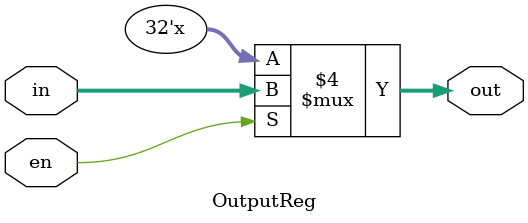
<source format=v>
module OutputReg(input en, input [31:0] in, output reg [31:0] out);
	initial out = 0;
	always @(*) begin
		if(en) out = in;
	end
endmodule
</source>
